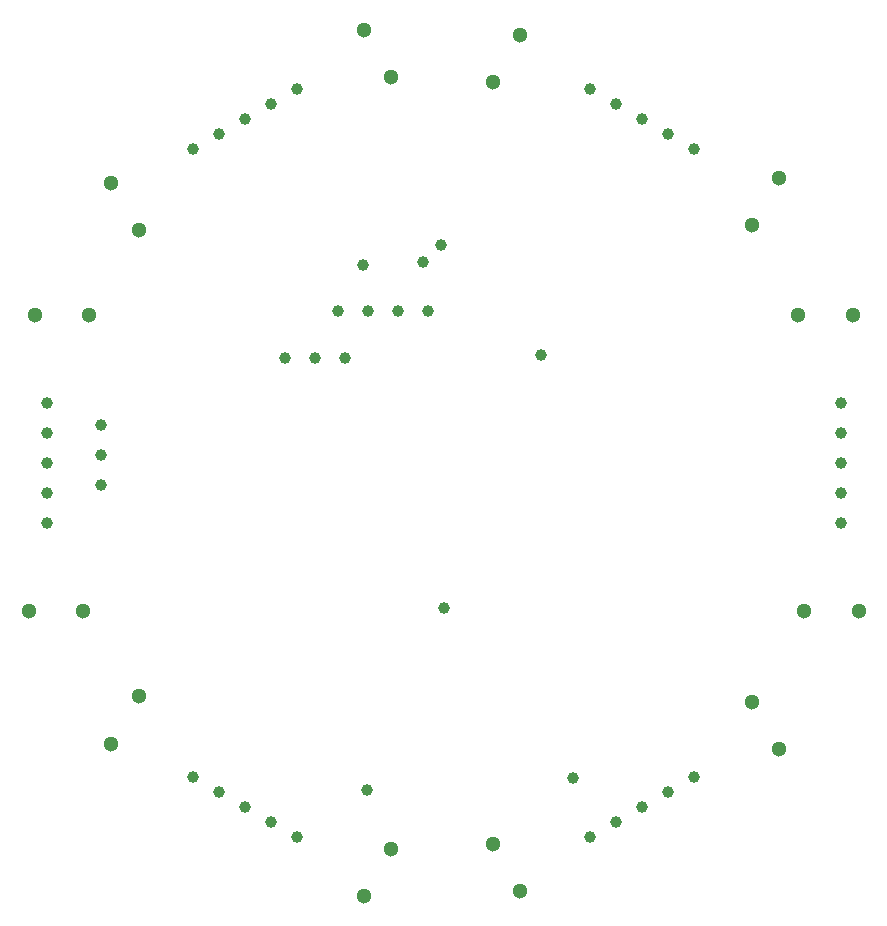
<source format=gbr>
%TF.GenerationSoftware,KiCad,Pcbnew,9.0.6*%
%TF.CreationDate,2025-12-02T12:48:34-05:00*%
%TF.ProjectId,ModuleBoard,4d6f6475-6c65-4426-9f61-72642e6b6963,0*%
%TF.SameCoordinates,Original*%
%TF.FileFunction,Plated,1,2,PTH,Drill*%
%TF.FilePolarity,Positive*%
%FSLAX46Y46*%
G04 Gerber Fmt 4.6, Leading zero omitted, Abs format (unit mm)*
G04 Created by KiCad (PCBNEW 9.0.6) date 2025-12-02 12:48:34*
%MOMM*%
%LPD*%
G01*
G04 APERTURE LIST*
%TA.AperFunction,ViaDrill*%
%ADD10C,1.000000*%
%TD*%
%TA.AperFunction,ComponentDrill*%
%ADD11C,1.000000*%
%TD*%
%TA.AperFunction,ComponentDrill*%
%ADD12C,1.300000*%
%TD*%
G04 APERTURE END LIST*
D10*
X182260000Y-72030000D03*
X182620000Y-116470000D03*
X187400000Y-71790000D03*
X188900000Y-70350004D03*
X189180000Y-101070000D03*
X197353528Y-79623528D03*
X200070000Y-115460000D03*
D11*
%TO.C,J8*%
X155490000Y-83722000D03*
X155490000Y-86262000D03*
X155490000Y-88802000D03*
X155490000Y-91342000D03*
X155490000Y-93882000D03*
%TO.C,J2*%
X160120000Y-85580000D03*
X160120000Y-88120000D03*
X160120000Y-90660000D03*
%TO.C,J6*%
X167905591Y-62217500D03*
%TO.C,J4*%
X167905591Y-115386900D03*
%TO.C,J6*%
X170105295Y-60947500D03*
%TO.C,J4*%
X170105295Y-116656900D03*
%TO.C,J6*%
X172305000Y-59677500D03*
%TO.C,J4*%
X172305000Y-117926900D03*
%TO.C,J6*%
X174504705Y-58407500D03*
%TO.C,J4*%
X174504705Y-119196900D03*
%TO.C,J1*%
X175670000Y-79920000D03*
%TO.C,J6*%
X176704409Y-57137500D03*
%TO.C,J4*%
X176704409Y-120466900D03*
%TO.C,J1*%
X178210000Y-79920000D03*
%TO.C,J3*%
X180150000Y-75905000D03*
%TO.C,J1*%
X180750000Y-79920000D03*
%TO.C,J3*%
X182690000Y-75905000D03*
X185230000Y-75905000D03*
X187770000Y-75905000D03*
%TO.C,J7*%
X201535591Y-57137500D03*
%TO.C,J5*%
X201535591Y-120466400D03*
%TO.C,J7*%
X203735295Y-58407500D03*
%TO.C,J5*%
X203735295Y-119196400D03*
%TO.C,J7*%
X205935000Y-59677500D03*
%TO.C,J5*%
X205935000Y-117926400D03*
%TO.C,J7*%
X208134705Y-60947500D03*
%TO.C,J5*%
X208134705Y-116656400D03*
%TO.C,J7*%
X210334409Y-62217500D03*
%TO.C,J5*%
X210334409Y-115386400D03*
%TO.C,J9*%
X222750000Y-83722000D03*
X222750000Y-86262000D03*
X222750000Y-88802000D03*
X222750000Y-91342000D03*
X222750000Y-93882000D03*
D12*
%TO.C,J8*%
X153990000Y-101302000D03*
X154490000Y-76302000D03*
X158590000Y-101302000D03*
X159090000Y-76302000D03*
%TO.C,J6*%
X160979682Y-65061475D03*
%TO.C,J4*%
X160979682Y-112542925D03*
%TO.C,J6*%
X163279682Y-69045191D03*
%TO.C,J4*%
X163279682Y-108559209D03*
%TO.C,J6*%
X182380318Y-52128462D03*
%TO.C,J4*%
X182380318Y-125475938D03*
%TO.C,J6*%
X184680318Y-56112179D03*
%TO.C,J4*%
X184680318Y-121492221D03*
%TO.C,J7*%
X193309682Y-56545191D03*
%TO.C,J5*%
X193309682Y-121058709D03*
%TO.C,J7*%
X195609682Y-52561475D03*
%TO.C,J5*%
X195609682Y-125042425D03*
%TO.C,J7*%
X215210318Y-68612179D03*
%TO.C,J5*%
X215210318Y-108991721D03*
%TO.C,J7*%
X217510318Y-64628462D03*
%TO.C,J5*%
X217510318Y-112975438D03*
%TO.C,J9*%
X219150000Y-76302000D03*
X219650000Y-101302000D03*
X223750000Y-76302000D03*
X224250000Y-101302000D03*
M02*

</source>
